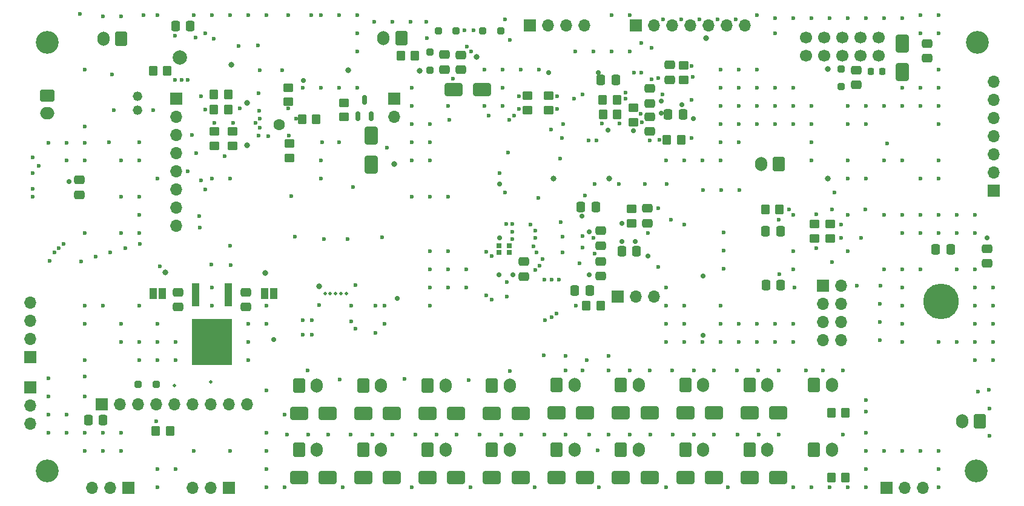
<source format=gbs>
G04 #@! TF.GenerationSoftware,KiCad,Pcbnew,7.0.10*
G04 #@! TF.CreationDate,2024-03-07T14:57:28-05:00*
G04 #@! TF.ProjectId,ECE477_PCBDesign,45434534-3737-45f5-9043-424465736967,1*
G04 #@! TF.SameCoordinates,Original*
G04 #@! TF.FileFunction,Soldermask,Bot*
G04 #@! TF.FilePolarity,Negative*
%FSLAX46Y46*%
G04 Gerber Fmt 4.6, Leading zero omitted, Abs format (unit mm)*
G04 Created by KiCad (PCBNEW 7.0.10) date 2024-03-07 14:57:28*
%MOMM*%
%LPD*%
G01*
G04 APERTURE LIST*
G04 Aperture macros list*
%AMRoundRect*
0 Rectangle with rounded corners*
0 $1 Rounding radius*
0 $2 $3 $4 $5 $6 $7 $8 $9 X,Y pos of 4 corners*
0 Add a 4 corners polygon primitive as box body*
4,1,4,$2,$3,$4,$5,$6,$7,$8,$9,$2,$3,0*
0 Add four circle primitives for the rounded corners*
1,1,$1+$1,$2,$3*
1,1,$1+$1,$4,$5*
1,1,$1+$1,$6,$7*
1,1,$1+$1,$8,$9*
0 Add four rect primitives between the rounded corners*
20,1,$1+$1,$2,$3,$4,$5,0*
20,1,$1+$1,$4,$5,$6,$7,0*
20,1,$1+$1,$6,$7,$8,$9,0*
20,1,$1+$1,$8,$9,$2,$3,0*%
G04 Aperture macros list end*
%ADD10R,1.700000X1.700000*%
%ADD11O,1.700000X1.700000*%
%ADD12RoundRect,0.250000X-0.750000X0.600000X-0.750000X-0.600000X0.750000X-0.600000X0.750000X0.600000X0*%
%ADD13O,2.000000X1.700000*%
%ADD14RoundRect,0.250000X-0.600000X-0.750000X0.600000X-0.750000X0.600000X0.750000X-0.600000X0.750000X0*%
%ADD15O,1.700000X2.000000*%
%ADD16RoundRect,0.250000X0.600000X0.750000X-0.600000X0.750000X-0.600000X-0.750000X0.600000X-0.750000X0*%
%ADD17C,1.700000*%
%ADD18C,1.320800*%
%ADD19C,3.200000*%
%ADD20O,5.000000X5.000000*%
%ADD21C,1.600000*%
%ADD22C,2.000000*%
%ADD23RoundRect,0.250000X-0.337500X-0.475000X0.337500X-0.475000X0.337500X0.475000X-0.337500X0.475000X0*%
%ADD24RoundRect,0.250000X1.000000X0.650000X-1.000000X0.650000X-1.000000X-0.650000X1.000000X-0.650000X0*%
%ADD25RoundRect,0.250000X-0.350000X-0.450000X0.350000X-0.450000X0.350000X0.450000X-0.350000X0.450000X0*%
%ADD26RoundRect,0.250000X0.350000X0.450000X-0.350000X0.450000X-0.350000X-0.450000X0.350000X-0.450000X0*%
%ADD27RoundRect,0.250000X-0.450000X0.350000X-0.450000X-0.350000X0.450000X-0.350000X0.450000X0.350000X0*%
%ADD28RoundRect,0.218750X0.218750X0.256250X-0.218750X0.256250X-0.218750X-0.256250X0.218750X-0.256250X0*%
%ADD29RoundRect,0.250000X0.475000X-0.337500X0.475000X0.337500X-0.475000X0.337500X-0.475000X-0.337500X0*%
%ADD30RoundRect,0.250000X0.450000X-0.350000X0.450000X0.350000X-0.450000X0.350000X-0.450000X-0.350000X0*%
%ADD31RoundRect,0.250000X0.337500X0.475000X-0.337500X0.475000X-0.337500X-0.475000X0.337500X-0.475000X0*%
%ADD32R,0.700000X0.640000*%
%ADD33RoundRect,0.250000X0.250000X-0.250000X0.250000X0.250000X-0.250000X0.250000X-0.250000X-0.250000X0*%
%ADD34RoundRect,0.250000X0.250000X0.250000X-0.250000X0.250000X-0.250000X-0.250000X0.250000X-0.250000X0*%
%ADD35RoundRect,0.250000X-0.475000X0.337500X-0.475000X-0.337500X0.475000X-0.337500X0.475000X0.337500X0*%
%ADD36RoundRect,0.250000X-0.250000X0.250000X-0.250000X-0.250000X0.250000X-0.250000X0.250000X0.250000X0*%
%ADD37RoundRect,0.250000X0.650000X-1.000000X0.650000X1.000000X-0.650000X1.000000X-0.650000X-1.000000X0*%
%ADD38R,1.000000X1.500000*%
%ADD39RoundRect,0.150000X0.150000X-0.512500X0.150000X0.512500X-0.150000X0.512500X-0.150000X-0.512500X0*%
%ADD40RoundRect,0.250000X-0.250000X-0.250000X0.250000X-0.250000X0.250000X0.250000X-0.250000X0.250000X0*%
%ADD41R,1.117600X3.302000*%
%ADD42C,4.000000*%
%ADD43R,5.689600X6.400800*%
%ADD44RoundRect,0.250000X-0.650000X1.000000X-0.650000X-1.000000X0.650000X-1.000000X0.650000X1.000000X0*%
%ADD45RoundRect,0.250000X-1.000000X-0.650000X1.000000X-0.650000X1.000000X0.650000X-1.000000X0.650000X0*%
%ADD46C,0.600000*%
%ADD47C,0.700000*%
%ADD48C,0.500000*%
%ADD49C,0.800000*%
G04 APERTURE END LIST*
D10*
X284720000Y-128700000D03*
D11*
X284720000Y-126160000D03*
X284720000Y-123620000D03*
X284720000Y-121080000D03*
X284720000Y-118540000D03*
X284720000Y-116000000D03*
X284720000Y-113460000D03*
D12*
X152380000Y-115410000D03*
D13*
X152380000Y-117910000D03*
D14*
X196550000Y-155950000D03*
D15*
X199050000Y-155950000D03*
D16*
X162740000Y-107485000D03*
D15*
X160240000Y-107485000D03*
D10*
X163754701Y-170300000D03*
D11*
X161214701Y-170300000D03*
X158674701Y-170300000D03*
D14*
X259575000Y-164925000D03*
D15*
X262075000Y-164925000D03*
D14*
X223575000Y-155925000D03*
D15*
X226075000Y-155925000D03*
D17*
X258460000Y-109840000D03*
X258460000Y-107300000D03*
X261000000Y-109840000D03*
X261000000Y-107300000D03*
X263540000Y-109840000D03*
X263540000Y-107300000D03*
X266080000Y-109840000D03*
X266080000Y-107300000D03*
X268620000Y-109840000D03*
X268620000Y-107300000D03*
D14*
X250575000Y-164925000D03*
D15*
X253075000Y-164925000D03*
D14*
X187550000Y-155950000D03*
D15*
X190050000Y-155950000D03*
D10*
X219867184Y-105600000D03*
D11*
X222407184Y-105600000D03*
X224947184Y-105600000D03*
X227487184Y-105600000D03*
D18*
X164967400Y-115479999D03*
X164967400Y-117480001D03*
D10*
X150025000Y-152025000D03*
D11*
X150025000Y-149485000D03*
X150025000Y-146945000D03*
X150025000Y-144405000D03*
D10*
X234670000Y-105620000D03*
D11*
X237210000Y-105620000D03*
X239750000Y-105620000D03*
X242290000Y-105620000D03*
X244830000Y-105620000D03*
X247370000Y-105620000D03*
X249910000Y-105620000D03*
D19*
X152375000Y-167950000D03*
D16*
X201890000Y-107355000D03*
D15*
X199390000Y-107355000D03*
D14*
X232575000Y-155925000D03*
D15*
X235075000Y-155925000D03*
D14*
X214550000Y-155950000D03*
D15*
X217050000Y-155950000D03*
D14*
X187550000Y-164950000D03*
D15*
X190050000Y-164950000D03*
D10*
X170400000Y-115885000D03*
D11*
X170400000Y-118425000D03*
X170400000Y-120965000D03*
X170400000Y-123505000D03*
X170400000Y-126045000D03*
X170400000Y-128585000D03*
X170400000Y-131125000D03*
X170400000Y-133665000D03*
X200880000Y-118425000D03*
D10*
X200880000Y-115885000D03*
X150025000Y-156255000D03*
D11*
X150025000Y-158795000D03*
X150025000Y-161335000D03*
D14*
X241575000Y-155925000D03*
D15*
X244075000Y-155925000D03*
D16*
X282790000Y-160945000D03*
D15*
X280290000Y-160945000D03*
D14*
X205550000Y-155950000D03*
D15*
X208050000Y-155950000D03*
D20*
X277325000Y-144250000D03*
D16*
X254680000Y-124985000D03*
D15*
X252180000Y-124985000D03*
D21*
X184787500Y-119537500D03*
D14*
X250575000Y-155925000D03*
D15*
X253075000Y-155925000D03*
D10*
X232135000Y-143550000D03*
D11*
X234675000Y-143550000D03*
X237215000Y-143550000D03*
D14*
X259575000Y-155925000D03*
D15*
X262075000Y-155925000D03*
D19*
X282275000Y-167950000D03*
D14*
X205550000Y-164950000D03*
D15*
X208050000Y-164950000D03*
D10*
X177775000Y-170300000D03*
D11*
X175235000Y-170300000D03*
X172695000Y-170300000D03*
D14*
X223575000Y-164925000D03*
D15*
X226075000Y-164925000D03*
D19*
X282375000Y-108000000D03*
D10*
X260815000Y-142010000D03*
D11*
X263355000Y-142010000D03*
X260815000Y-144550000D03*
X263355000Y-144550000D03*
X260815000Y-147090000D03*
X263355000Y-147090000D03*
X260815000Y-149630000D03*
X263355000Y-149630000D03*
D14*
X214550000Y-164950000D03*
D15*
X217050000Y-164950000D03*
D14*
X196550000Y-164950000D03*
D15*
X199050000Y-164950000D03*
D22*
X170875000Y-110100000D03*
D10*
X160010000Y-158654299D03*
D11*
X162550000Y-158654299D03*
X165090000Y-158654299D03*
X167630000Y-158654299D03*
X170170000Y-158654299D03*
X172710000Y-158654299D03*
X175250000Y-158654299D03*
X177790000Y-158654299D03*
X180330000Y-158654299D03*
D19*
X152375000Y-107950000D03*
D14*
X241575000Y-164925000D03*
D15*
X244075000Y-164925000D03*
D14*
X232575000Y-164925000D03*
D15*
X235075000Y-164925000D03*
D10*
X269755000Y-170300000D03*
D11*
X272295000Y-170300000D03*
X274835000Y-170300000D03*
D23*
X252782500Y-134365000D03*
X254857500Y-134365000D03*
D24*
X254575000Y-159825000D03*
X250575000Y-159825000D03*
D25*
X175675000Y-117400000D03*
X177675000Y-117400000D03*
D24*
X191550000Y-168850000D03*
X187550000Y-168850000D03*
D26*
X203802500Y-109840000D03*
X201802500Y-109840000D03*
D24*
X200550000Y-159850000D03*
X196550000Y-159850000D03*
D27*
X259627500Y-133400000D03*
X259627500Y-135400000D03*
D28*
X269087500Y-112050000D03*
X267512500Y-112050000D03*
D29*
X219025000Y-140712500D03*
X219025000Y-138637500D03*
D30*
X234040000Y-133280000D03*
X234040000Y-131280000D03*
D31*
X278662500Y-136975000D03*
X276587500Y-136975000D03*
X234757500Y-137220000D03*
X232682500Y-137220000D03*
D29*
X236600000Y-120462500D03*
X236600000Y-118387500D03*
D32*
X216950000Y-136405000D03*
X216950000Y-137345000D03*
X215550000Y-137345000D03*
X215550000Y-136405000D03*
D31*
X241250000Y-118020000D03*
X239175000Y-118020000D03*
D29*
X229750000Y-140687500D03*
X229750000Y-138612500D03*
D23*
X170290000Y-105700000D03*
X172365000Y-105700000D03*
D30*
X261847500Y-135390000D03*
X261847500Y-133390000D03*
D33*
X263330000Y-114200000D03*
X263330000Y-111700000D03*
D27*
X234325000Y-117120000D03*
X234325000Y-119120000D03*
D24*
X227575000Y-168825000D03*
X223575000Y-168825000D03*
X245575000Y-159825000D03*
X241575000Y-159825000D03*
D23*
X226962500Y-131025000D03*
X229037500Y-131025000D03*
D34*
X167600000Y-155800000D03*
X165100000Y-155800000D03*
D35*
X283775000Y-136812500D03*
X283775000Y-138887500D03*
D29*
X236270000Y-133287500D03*
X236270000Y-131212500D03*
D26*
X263975000Y-168825000D03*
X261975000Y-168825000D03*
D36*
X205860000Y-109370000D03*
X205860000Y-111870000D03*
D24*
X209550000Y-159850000D03*
X205550000Y-159850000D03*
D29*
X207950000Y-111787500D03*
X207950000Y-109712500D03*
X239400000Y-113212500D03*
X239400000Y-111137500D03*
D37*
X271940000Y-112137500D03*
X271940000Y-108137500D03*
D35*
X156850000Y-127237500D03*
X156850000Y-129312500D03*
X210200000Y-109742500D03*
X210200000Y-111817500D03*
D24*
X209550000Y-168850000D03*
X205550000Y-168850000D03*
D35*
X180150000Y-142937500D03*
X180150000Y-145012500D03*
D26*
X177675000Y-115300000D03*
X175675000Y-115300000D03*
D24*
X227575000Y-159825000D03*
X223575000Y-159825000D03*
D25*
X230050000Y-116030000D03*
X232050000Y-116030000D03*
D30*
X193840000Y-118410000D03*
X193840000Y-116410000D03*
D26*
X229730000Y-144830000D03*
X227730000Y-144830000D03*
D24*
X218550000Y-168825000D03*
X214550000Y-168825000D03*
D23*
X229762500Y-113250000D03*
X231837500Y-113250000D03*
D24*
X191550000Y-159850000D03*
X187550000Y-159850000D03*
D29*
X236600000Y-116512500D03*
X236600000Y-114437500D03*
D24*
X200550000Y-168850000D03*
X196550000Y-168850000D03*
D38*
X167175000Y-143100000D03*
X168475000Y-143100000D03*
D39*
X197675000Y-118325000D03*
X195775000Y-118325000D03*
X196725000Y-116050000D03*
D38*
X182750000Y-143125000D03*
X184050000Y-143125000D03*
D40*
X207030000Y-106350000D03*
X209530000Y-106350000D03*
D31*
X160192201Y-160854299D03*
X158117201Y-160854299D03*
D27*
X178300000Y-120437500D03*
X178300000Y-122437500D03*
D23*
X252834701Y-141895000D03*
X254909701Y-141895000D03*
D25*
X238975000Y-121575000D03*
X240975000Y-121575000D03*
D24*
X254575000Y-168825000D03*
X250575000Y-168825000D03*
D35*
X265450000Y-111872500D03*
X265450000Y-113947500D03*
D24*
X218550000Y-159850000D03*
X214550000Y-159850000D03*
D41*
X173134000Y-143306800D03*
D42*
X175420000Y-149860000D03*
D43*
X175420000Y-149860000D03*
D41*
X177706000Y-143306800D03*
D26*
X169170000Y-112000000D03*
X167170000Y-112000000D03*
D30*
X219475000Y-117425000D03*
X219475000Y-115425000D03*
D26*
X190000000Y-118775000D03*
X188000000Y-118775000D03*
D30*
X222475000Y-117425000D03*
X222475000Y-115425000D03*
D44*
X197675000Y-121050000D03*
X197675000Y-125050000D03*
D27*
X186055000Y-114316000D03*
X186055000Y-116316000D03*
D24*
X236575000Y-159825000D03*
X232575000Y-159825000D03*
D30*
X175750000Y-122425000D03*
X175750000Y-120425000D03*
D25*
X252745000Y-131365000D03*
X254745000Y-131365000D03*
D24*
X236575000Y-168825000D03*
X232575000Y-168825000D03*
D26*
X264000000Y-159825000D03*
X262000000Y-159825000D03*
D35*
X275370000Y-108122500D03*
X275370000Y-110197500D03*
X170695000Y-142912500D03*
X170695000Y-144987500D03*
D34*
X215750000Y-106340000D03*
X213250000Y-106340000D03*
D35*
X229725000Y-134337500D03*
X229725000Y-136412500D03*
D26*
X232070000Y-118090000D03*
X230070000Y-118090000D03*
D45*
X209142184Y-114550000D03*
X213142184Y-114550000D03*
D26*
X169529701Y-162379299D03*
X167529701Y-162379299D03*
D30*
X186200000Y-124160000D03*
X186200000Y-122160000D03*
D24*
X245575000Y-168825000D03*
X241575000Y-168825000D03*
D31*
X228197500Y-142670000D03*
X226122500Y-142670000D03*
D30*
X241350000Y-113225000D03*
X241350000Y-111225000D03*
D46*
X167150000Y-117500000D03*
X161650000Y-117500000D03*
X161400000Y-112500000D03*
X205890000Y-142240000D03*
X208430000Y-142240000D03*
X208430000Y-137160000D03*
X205890000Y-137160000D03*
X205890000Y-139700000D03*
X208430000Y-139700000D03*
X210970000Y-139700000D03*
X170273219Y-113200171D03*
X254150000Y-147320000D03*
X193190000Y-104140000D03*
X274470000Y-127000000D03*
X186500000Y-129450000D03*
X157630000Y-147320000D03*
X172870000Y-165100000D03*
X162710000Y-147320000D03*
X266850000Y-119380000D03*
X212840000Y-162870000D03*
X246530000Y-114300000D03*
X152550000Y-122040000D03*
X205890000Y-119380000D03*
X271930000Y-165100000D03*
X151150000Y-125250000D03*
X165250000Y-152400000D03*
D47*
X234580000Y-135870000D03*
D46*
X254650000Y-162840000D03*
D48*
X192688311Y-143112060D03*
D46*
X282090000Y-132080000D03*
X226210000Y-109220000D03*
X238910000Y-170180000D03*
X284630000Y-142240000D03*
X173680000Y-133900000D03*
X205420000Y-107410000D03*
X274470000Y-139700000D03*
X203350000Y-129540000D03*
X282090000Y-149860000D03*
X271930000Y-142240000D03*
X264310000Y-127000000D03*
X271930000Y-139700000D03*
X177950000Y-104140000D03*
X198270000Y-148590000D03*
X157630000Y-165100000D03*
X229510000Y-170180000D03*
X256810000Y-142250000D03*
X157630000Y-144780000D03*
X227250000Y-136650000D03*
X195730000Y-106680000D03*
X269390000Y-139700000D03*
X220540000Y-170180000D03*
X269390000Y-132080000D03*
X241450000Y-149860000D03*
X271930000Y-149860000D03*
X170330000Y-152400000D03*
X221900000Y-162840000D03*
X178000000Y-139100000D03*
X203350000Y-124460000D03*
X199540000Y-147320000D03*
X197800000Y-162880000D03*
X203180000Y-105090000D03*
X256690000Y-149860000D03*
X254150000Y-106680000D03*
X239560000Y-132750000D03*
X155090000Y-122040000D03*
X165250000Y-124460000D03*
X224450000Y-137350000D03*
X165250000Y-132080000D03*
X242810000Y-162840000D03*
X211310000Y-155240000D03*
X162710000Y-165100000D03*
X152550000Y-154940000D03*
X256690000Y-119380000D03*
X216050000Y-116840000D03*
X216400000Y-129000000D03*
X254150000Y-114300000D03*
X228151500Y-162850000D03*
X277010000Y-149860000D03*
X233830000Y-109220000D03*
X162710000Y-129540000D03*
X238910000Y-149860000D03*
X246530000Y-111760000D03*
X221600000Y-138250000D03*
X282090000Y-147320000D03*
X230870000Y-162840000D03*
X264310000Y-124460000D03*
X279550000Y-134620000D03*
X167790000Y-149860000D03*
X254150000Y-116840000D03*
X180490000Y-149860000D03*
X181800000Y-108430000D03*
X200620000Y-162870000D03*
X254150000Y-119380000D03*
X235380000Y-118010000D03*
X224509750Y-119429500D03*
X238910000Y-142240000D03*
X156930000Y-104030000D03*
X185880000Y-162870000D03*
X208430000Y-116840000D03*
X211510000Y-170180000D03*
X162710000Y-162560000D03*
X195730000Y-104140000D03*
X221130000Y-111760000D03*
X262400000Y-129000000D03*
X226800000Y-138900000D03*
X248850000Y-162840000D03*
X274470000Y-134620000D03*
X242650000Y-112830000D03*
X229310000Y-165050000D03*
X238350000Y-115250000D03*
X155090000Y-162560000D03*
X284630000Y-144780000D03*
X209640000Y-162870000D03*
X162710000Y-124460000D03*
X239810000Y-162850000D03*
X189310000Y-104140000D03*
X170330000Y-167640000D03*
D48*
X193440000Y-143120000D03*
D46*
X284120000Y-163020000D03*
X277010000Y-127000000D03*
X160170000Y-144780000D03*
X208430000Y-129540000D03*
X271930000Y-134620000D03*
X284010000Y-156550000D03*
X177950000Y-165100000D03*
X264310000Y-137160000D03*
X227250000Y-135100000D03*
X248620000Y-104750000D03*
X224820000Y-162850000D03*
X277010000Y-119380000D03*
X269390000Y-116840000D03*
X167790000Y-127000000D03*
X264310000Y-132080000D03*
X274470000Y-104140000D03*
X274470000Y-106680000D03*
X243990000Y-149860000D03*
X188820000Y-162880000D03*
X259230000Y-121920000D03*
X213510000Y-116840000D03*
X271930000Y-104580000D03*
X175410000Y-144780000D03*
X251610000Y-147320000D03*
X256690000Y-116840000D03*
X167790000Y-147320000D03*
X284630000Y-152400000D03*
X242450000Y-121400000D03*
X167790000Y-167640000D03*
X256690000Y-114300000D03*
X232330000Y-127830000D03*
X251610000Y-119380000D03*
X251610000Y-116840000D03*
X188110000Y-146830000D03*
X282090000Y-142240000D03*
X263610000Y-153840000D03*
X271930000Y-114300000D03*
X238910000Y-144780000D03*
X179270000Y-117179000D03*
X165250000Y-121920000D03*
X277010000Y-114300000D03*
X246530000Y-116840000D03*
X251610000Y-111760000D03*
X183030000Y-165100000D03*
X191060000Y-135510000D03*
X237800000Y-139430000D03*
X217070000Y-107670000D03*
X205890000Y-129540000D03*
X228752000Y-135350000D03*
X165250000Y-149860000D03*
X162710000Y-149860000D03*
X243990000Y-124460000D03*
X236670000Y-162840000D03*
X228910000Y-127830000D03*
X203350000Y-170180000D03*
X271930000Y-124460000D03*
X266850000Y-170180000D03*
X244090000Y-128630000D03*
X246530000Y-147320000D03*
X189380000Y-148910000D03*
X177160000Y-123940000D03*
D47*
X242680000Y-118630000D03*
D46*
X277010000Y-165100000D03*
X251800000Y-153850000D03*
X183030000Y-170180000D03*
X231290000Y-109220000D03*
X247520000Y-170180000D03*
X269390000Y-124460000D03*
X274470000Y-116840000D03*
X261770000Y-170180000D03*
X157630000Y-111760000D03*
X246530000Y-149860000D03*
X157630000Y-162560000D03*
X249070000Y-149860000D03*
X195730000Y-109220000D03*
X254610000Y-153840000D03*
X282090000Y-152400000D03*
X230830000Y-153850000D03*
X254150000Y-149860000D03*
X261770000Y-104580000D03*
X203350000Y-116840000D03*
X213510000Y-111760000D03*
X203350000Y-121920000D03*
X241450000Y-144780000D03*
X224100000Y-124200000D03*
X188110000Y-114300000D03*
X284070000Y-159170000D03*
X152550000Y-157480000D03*
X249070000Y-119380000D03*
X256690000Y-137160000D03*
X183030000Y-144780000D03*
X266850000Y-104580000D03*
X165840000Y-104140000D03*
X170330000Y-149860000D03*
X190650000Y-104140000D03*
X249070000Y-111760000D03*
X277010000Y-132080000D03*
X266850000Y-167640000D03*
X161000000Y-121920000D03*
X152550000Y-160020000D03*
X258426500Y-153850000D03*
X180490000Y-147320000D03*
X266850000Y-158060000D03*
X266850000Y-127000000D03*
X269390000Y-104580000D03*
X177950000Y-127000000D03*
X271930000Y-144780000D03*
X217050000Y-153930000D03*
X279550000Y-132080000D03*
X162710000Y-134620000D03*
X271930000Y-132080000D03*
X167790000Y-104140000D03*
X193190000Y-121920000D03*
X199850000Y-122750000D03*
X277010000Y-116840000D03*
X157630000Y-157480000D03*
X199540000Y-144780000D03*
X246920000Y-137140000D03*
X193680000Y-170170000D03*
X195150000Y-128250000D03*
X259230000Y-116840000D03*
X269390000Y-165100000D03*
X235970000Y-127830000D03*
X264310000Y-104580000D03*
X205890000Y-121920000D03*
X249070000Y-116840000D03*
X251610000Y-114300000D03*
X242420000Y-116060000D03*
X282090000Y-134620000D03*
X274470000Y-165100000D03*
X256690000Y-147320000D03*
X227550000Y-129410000D03*
X190830000Y-121920000D03*
X233860000Y-162850000D03*
X195730000Y-114300000D03*
X246920000Y-134600000D03*
D48*
X194163311Y-143112060D03*
D46*
X215830000Y-162880000D03*
X216050000Y-114300000D03*
X224450000Y-135150000D03*
X259230000Y-124460000D03*
X183030000Y-162560000D03*
X228750000Y-109220000D03*
X245580000Y-153840000D03*
X277010000Y-124460000D03*
X218640000Y-162870000D03*
X157630000Y-154750000D03*
X203350000Y-114300000D03*
X259230000Y-119380000D03*
X277010000Y-104140000D03*
X193190000Y-114300000D03*
X203350000Y-119380000D03*
D47*
X241080000Y-116690000D03*
D46*
X188110000Y-148910000D03*
X206830000Y-162880000D03*
X241430000Y-133450000D03*
X160170000Y-165100000D03*
X190650000Y-114300000D03*
X180490000Y-152400000D03*
X259230000Y-170180000D03*
X246530000Y-121920000D03*
X218590000Y-111760000D03*
X165250000Y-144780000D03*
X187000000Y-135200000D03*
X224830000Y-153850000D03*
X160170000Y-104360000D03*
X180490000Y-104140000D03*
X232400000Y-119300000D03*
X284630000Y-149860000D03*
X249170000Y-128630000D03*
X190650000Y-124460000D03*
X203840000Y-162880000D03*
X189366640Y-146830000D03*
X266850000Y-165100000D03*
X264310000Y-170180000D03*
X205410000Y-105100000D03*
X279550000Y-149860000D03*
X238910000Y-147320000D03*
X202310000Y-155030000D03*
X216650000Y-141500000D03*
X264310000Y-119380000D03*
X205890000Y-124460000D03*
X256690000Y-139700000D03*
X188800000Y-153870000D03*
X194400000Y-135490000D03*
X271930000Y-116840000D03*
X266850000Y-159620000D03*
X277010000Y-111760000D03*
X282090000Y-139700000D03*
X266850000Y-116840000D03*
X200640000Y-105090000D03*
X155090000Y-124460000D03*
D48*
X191213311Y-143112060D03*
D46*
X157630000Y-152400000D03*
X231290000Y-104140000D03*
X181920000Y-115080000D03*
X198270000Y-144780000D03*
X259230000Y-104580000D03*
X260800000Y-153850000D03*
X165250000Y-134620000D03*
X155090000Y-160020000D03*
X277010000Y-167640000D03*
X277010000Y-106680000D03*
X183030000Y-147320000D03*
X157630000Y-134620000D03*
X246530000Y-124460000D03*
X266850000Y-162560000D03*
X241450000Y-124460000D03*
X181970000Y-117510000D03*
X175300000Y-139050000D03*
X152550000Y-162560000D03*
X246530000Y-144780000D03*
X246530000Y-119380000D03*
X264310000Y-116840000D03*
X216340000Y-104740000D03*
X205890000Y-144780000D03*
X183030000Y-104140000D03*
X175410000Y-127000000D03*
X162710000Y-104360000D03*
X216770000Y-123350000D03*
X241450000Y-147320000D03*
X269800000Y-122100000D03*
X194820000Y-162870000D03*
X256690000Y-104580000D03*
X282090000Y-144780000D03*
X279550000Y-139700000D03*
X243540000Y-104750000D03*
X249070000Y-121920000D03*
X157620000Y-119770000D03*
X157630000Y-122040000D03*
X167790000Y-152400000D03*
X246920000Y-139680000D03*
X181900000Y-121000000D03*
X251610000Y-104140000D03*
X227248500Y-153840000D03*
X199200000Y-135250000D03*
X233830000Y-104140000D03*
X175410000Y-142240000D03*
X175410000Y-104140000D03*
X277010000Y-170180000D03*
X263650000Y-162840000D03*
X239780000Y-153840000D03*
X238460000Y-104750000D03*
X198100000Y-105090000D03*
X277010000Y-134620000D03*
X222850000Y-120200000D03*
X236370000Y-134620000D03*
X284630000Y-147320000D03*
X236630000Y-153850000D03*
X183030000Y-167640000D03*
X233820000Y-153860000D03*
D47*
X236350000Y-137850000D03*
D46*
X242770000Y-153850000D03*
X251840000Y-162840000D03*
X246630000Y-128630000D03*
X167790000Y-170180000D03*
X271930000Y-147320000D03*
X216050000Y-111760000D03*
X157630000Y-124460000D03*
X241000000Y-104750000D03*
X251610000Y-149860000D03*
X221073500Y-129728500D03*
X237800000Y-112950000D03*
X193280000Y-155140000D03*
X245620000Y-162850000D03*
X246080000Y-104750000D03*
X191680000Y-162880000D03*
X238910000Y-124460000D03*
X177950000Y-136430000D03*
X256690000Y-132080000D03*
X172870000Y-104140000D03*
X185570000Y-160020000D03*
X173660000Y-132250000D03*
X185570000Y-170180000D03*
X190650000Y-127000000D03*
X210970000Y-142240000D03*
X274470000Y-114300000D03*
X238970000Y-127830000D03*
X254150000Y-104580000D03*
X248810000Y-153840000D03*
X274470000Y-132080000D03*
X228050000Y-121700000D03*
X256690000Y-170180000D03*
X186060000Y-104140000D03*
X249070000Y-114300000D03*
X165250000Y-129540000D03*
X216650000Y-143500000D03*
X160170000Y-162560000D03*
X249070000Y-147320000D03*
D48*
X191913311Y-143112060D03*
D49*
X190413311Y-142087060D03*
D46*
X190413311Y-144712060D03*
X170275000Y-107075000D03*
X195440000Y-148010000D03*
X195438311Y-141960000D03*
D49*
X204410000Y-111960000D03*
X261490000Y-111726500D03*
X230950000Y-127000000D03*
X200880000Y-125030000D03*
X194450000Y-111900000D03*
X261500000Y-127000000D03*
X223125000Y-127000000D03*
X212390000Y-110034771D03*
X244445000Y-107350000D03*
D46*
X233260000Y-115046997D03*
X228900000Y-137500000D03*
X237767500Y-131212500D03*
D47*
X234325000Y-120325000D03*
X227150000Y-132250000D03*
X283770000Y-135360000D03*
X184050000Y-149540000D03*
X201313311Y-143787060D03*
X238233818Y-117858248D03*
X228150000Y-140525000D03*
X244025000Y-140690000D03*
X232730000Y-133290000D03*
X217440000Y-140500000D03*
X238250000Y-116213500D03*
X188170000Y-113300000D03*
X155425000Y-127425000D03*
X215590000Y-127807000D03*
D46*
X224375000Y-121400000D03*
D47*
X222473600Y-112200000D03*
X244025000Y-148925000D03*
D46*
X215600000Y-126243000D03*
X236600000Y-121700000D03*
D47*
X228150000Y-134500000D03*
X229400000Y-112200000D03*
X232731500Y-135840000D03*
X215550000Y-140500000D03*
X230750000Y-120300000D03*
X215590000Y-135290000D03*
D46*
X242450000Y-111312500D03*
X256090000Y-131360000D03*
X254674701Y-132830000D03*
X266729000Y-131360000D03*
X262137500Y-131360000D03*
X167620299Y-160982000D03*
X211017184Y-108610000D03*
X210734593Y-106300674D03*
X211624000Y-109214500D03*
X211975254Y-106292438D03*
D49*
X168850000Y-140175000D03*
X182863311Y-140212060D03*
X178140000Y-111110000D03*
X180275000Y-122350000D03*
X180275000Y-116475000D03*
D46*
X268810000Y-144550000D03*
X216975000Y-118846628D03*
X208617184Y-118825000D03*
X217675000Y-118220500D03*
X214123084Y-118220500D03*
X254734701Y-140370000D03*
X262137500Y-138700000D03*
X221825000Y-151775000D03*
X224825000Y-151800000D03*
X227825000Y-152454500D03*
X230825000Y-151850000D03*
X213725000Y-143368000D03*
X213725000Y-137275000D03*
X214475000Y-143972500D03*
X214475000Y-137895500D03*
X268880000Y-142010000D03*
X265526500Y-142010000D03*
X234450000Y-112175000D03*
X220639880Y-139804500D03*
X227220000Y-115220500D03*
X226049720Y-115840000D03*
X221175000Y-139200000D03*
X229145612Y-121726672D03*
X229950000Y-119340000D03*
X235450000Y-108107000D03*
X235450000Y-112200000D03*
X236860000Y-113160000D03*
X236860000Y-108783500D03*
X282505000Y-156865000D03*
X268810000Y-147090000D03*
X268810000Y-149630000D03*
X259857500Y-132050000D03*
X263370000Y-133490000D03*
X266124500Y-135310000D03*
X263370000Y-135310000D03*
X259857500Y-136760000D03*
D48*
X175250946Y-155470500D03*
D46*
X183050946Y-156645500D03*
X150300000Y-126300000D03*
X163250000Y-136775000D03*
X219900000Y-133500000D03*
X153967500Y-136775000D03*
X161190000Y-137387000D03*
X153363000Y-137325000D03*
X150325000Y-128500000D03*
X217425000Y-134500000D03*
X150300000Y-124100000D03*
X154638532Y-136170500D03*
X165300000Y-136170500D03*
X220583500Y-134274424D03*
X157080000Y-138596000D03*
X150300000Y-129600000D03*
X217400000Y-133350000D03*
X152745500Y-138550000D03*
X224150000Y-133100000D03*
X173834000Y-127275000D03*
X173862500Y-115500000D03*
X168093000Y-139270500D03*
X217425000Y-135525000D03*
X174500000Y-128585000D03*
X174500000Y-117400000D03*
X178325000Y-119275000D03*
X181500000Y-119274118D03*
X182100000Y-118675000D03*
X175775000Y-119250000D03*
X175690000Y-107450000D03*
X179100000Y-108525000D03*
X194833811Y-147050000D03*
X194833811Y-144790000D03*
X171200000Y-113190000D03*
X172003003Y-113250000D03*
X220644157Y-135344157D03*
X172000000Y-126050000D03*
X185250000Y-111900000D03*
X183280000Y-121100000D03*
X182100000Y-111900000D03*
X182075000Y-119950000D03*
X186055000Y-117221000D03*
X187150000Y-118683000D03*
X186180000Y-120980000D03*
X226254500Y-144830000D03*
X235500000Y-119120000D03*
X233260000Y-115850000D03*
X218350000Y-117325000D03*
X223700000Y-117325000D03*
X223901768Y-141172395D03*
X223545500Y-145950000D03*
X222861834Y-146450000D03*
X222907478Y-141170726D03*
X221925000Y-146814500D03*
X221910980Y-141169739D03*
X173120000Y-107314947D03*
X220325000Y-136500000D03*
X172625000Y-120967497D03*
X220800000Y-137350000D03*
X173229500Y-123505000D03*
X174502947Y-106722947D03*
X216505838Y-133345500D03*
X159140000Y-137991500D03*
D48*
X170170000Y-156000000D03*
D46*
X237975000Y-121575000D03*
X223700000Y-115525000D03*
X218350000Y-115525000D03*
X209129684Y-113037500D03*
M02*

</source>
